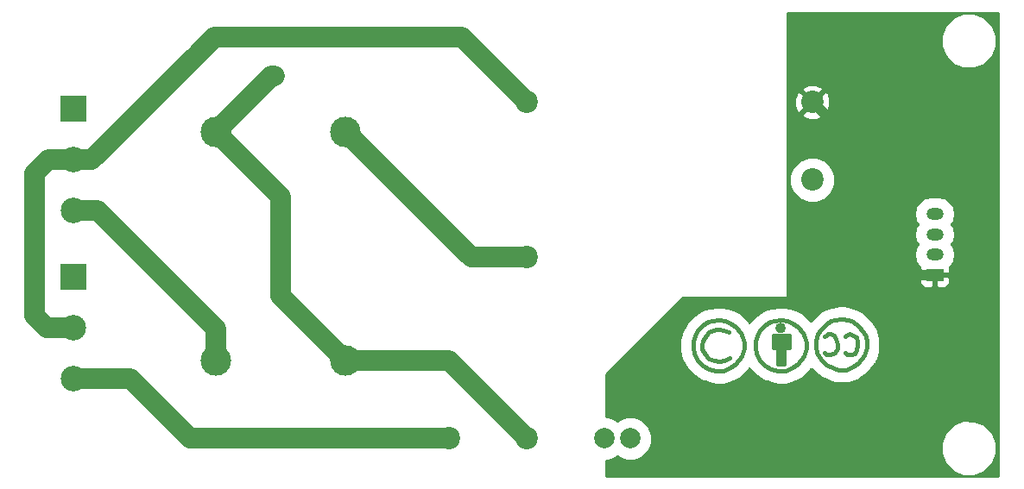
<source format=gbl>
G04 #@! TF.FileFunction,Copper,L2,Bot,Signal*
%FSLAX46Y46*%
G04 Gerber Fmt 4.6, Leading zero omitted, Abs format (unit mm)*
G04 Created by KiCad (PCBNEW (2015-12-10 BZR 6367)-product) date Fri 07 Oct 2016 01:04:08 BST*
%MOMM*%
G01*
G04 APERTURE LIST*
%ADD10C,0.100000*%
%ADD11C,0.381000*%
%ADD12C,3.000000*%
%ADD13C,2.000000*%
%ADD14C,2.200000*%
%ADD15C,2.500000*%
%ADD16R,2.500000X2.500000*%
%ADD17R,1.699260X1.198880*%
%ADD18O,1.699260X1.198880*%
%ADD19C,1.800000*%
%ADD20C,1.024000*%
%ADD21C,2.000000*%
%ADD22C,0.254000*%
G04 APERTURE END LIST*
D10*
D11*
X111335820Y-75874880D02*
X110835440Y-76177140D01*
X110835440Y-76177140D02*
X110335060Y-76276200D01*
X110335060Y-76276200D02*
X109837220Y-76177140D01*
X109837220Y-76177140D02*
X109336840Y-75976480D01*
X109336840Y-75976480D02*
X108935520Y-75575160D01*
X108935520Y-75575160D02*
X108635800Y-75074780D01*
X108635800Y-75074780D02*
X108635800Y-74676000D01*
X108635800Y-74676000D02*
X108734860Y-74175620D01*
X108734860Y-74175620D02*
X109037120Y-73675240D01*
X109037120Y-73675240D02*
X109336840Y-73375520D01*
X109336840Y-73375520D02*
X109936280Y-73075800D01*
X109936280Y-73075800D02*
X110335060Y-73075800D01*
X110335060Y-73075800D02*
X110736380Y-73174860D01*
X110736380Y-73174860D02*
X111236760Y-73375520D01*
X110236000Y-72176640D02*
X110335060Y-72176640D01*
X110335060Y-72176640D02*
X110937040Y-72275700D01*
X110937040Y-72275700D02*
X111434880Y-72476360D01*
X111434880Y-72476360D02*
X111935260Y-72875140D01*
X111935260Y-72875140D02*
X112435640Y-73477120D01*
X112435640Y-73477120D02*
X112636300Y-73875900D01*
X112636300Y-73875900D02*
X112735360Y-74376280D01*
X112735360Y-74376280D02*
X112735360Y-74975720D01*
X112735360Y-74975720D02*
X112537240Y-75775820D01*
X112537240Y-75775820D02*
X111935260Y-76476860D01*
X111935260Y-76476860D02*
X111434880Y-76875640D01*
X111434880Y-76875640D02*
X110736380Y-77175360D01*
X110736380Y-77175360D02*
X109936280Y-77175360D01*
X109936280Y-77175360D02*
X109336840Y-76977240D01*
X109336840Y-76977240D02*
X108734860Y-76674980D01*
X108734860Y-76674980D02*
X108237020Y-76177140D01*
X108237020Y-76177140D02*
X107835700Y-75476100D01*
X107835700Y-75476100D02*
X107736640Y-74876660D01*
X107736640Y-74876660D02*
X107736640Y-74277220D01*
X107736640Y-74277220D02*
X107934760Y-73675240D01*
X107934760Y-73675240D02*
X108237020Y-73174860D01*
X108237020Y-73174860D02*
X108734860Y-72677020D01*
X108734860Y-72677020D02*
X109235240Y-72374760D01*
X109235240Y-72374760D02*
X109636560Y-72275700D01*
X109636560Y-72275700D02*
X110236000Y-72176640D01*
X116332000Y-72776080D02*
X116332000Y-73174860D01*
X117033040Y-73974960D02*
X115732560Y-73974960D01*
X115831620Y-74277220D02*
X117033040Y-74277220D01*
X117132100Y-74576940D02*
X115831620Y-74576940D01*
X116332000Y-74975720D02*
X116332000Y-76276200D01*
X116232940Y-76476860D02*
X116032280Y-76476860D01*
X116032280Y-76476860D02*
X116032280Y-74876660D01*
X116631720Y-74975720D02*
X116631720Y-76476860D01*
X116631720Y-76476860D02*
X116131340Y-76476860D01*
X117132100Y-73675240D02*
X115630960Y-73675240D01*
X115630960Y-73675240D02*
X115630960Y-74876660D01*
X115630960Y-74876660D02*
X117132100Y-74876660D01*
X117132100Y-74876660D02*
X117132100Y-73675240D01*
X116647666Y-72976740D02*
G75*
G03X116647666Y-72976740I-315666J0D01*
G01*
X116332000Y-72176640D02*
X116431060Y-72176640D01*
X116431060Y-72176640D02*
X117033040Y-72275700D01*
X117033040Y-72275700D02*
X117530880Y-72476360D01*
X117530880Y-72476360D02*
X118031260Y-72875140D01*
X118031260Y-72875140D02*
X118531640Y-73477120D01*
X118531640Y-73477120D02*
X118732300Y-73875900D01*
X118732300Y-73875900D02*
X118831360Y-74376280D01*
X118831360Y-74376280D02*
X118831360Y-74975720D01*
X118831360Y-74975720D02*
X118633240Y-75775820D01*
X118633240Y-75775820D02*
X118031260Y-76476860D01*
X118031260Y-76476860D02*
X117530880Y-76875640D01*
X117530880Y-76875640D02*
X116832380Y-77175360D01*
X116832380Y-77175360D02*
X116032280Y-77175360D01*
X116032280Y-77175360D02*
X115432840Y-76977240D01*
X115432840Y-76977240D02*
X114830860Y-76674980D01*
X114830860Y-76674980D02*
X114333020Y-76177140D01*
X114333020Y-76177140D02*
X113931700Y-75476100D01*
X113931700Y-75476100D02*
X113832640Y-74876660D01*
X113832640Y-74876660D02*
X113832640Y-74277220D01*
X113832640Y-74277220D02*
X114030760Y-73675240D01*
X114030760Y-73675240D02*
X114333020Y-73174860D01*
X114333020Y-73174860D02*
X114830860Y-72677020D01*
X114830860Y-72677020D02*
X115331240Y-72374760D01*
X115331240Y-72374760D02*
X115732560Y-72275700D01*
X115732560Y-72275700D02*
X116332000Y-72176640D01*
X120677800Y-73775900D02*
X120776860Y-73676840D01*
X120776860Y-73676840D02*
X120977520Y-73575240D01*
X120977520Y-73575240D02*
X121277240Y-73575240D01*
X121277240Y-73575240D02*
X121576960Y-73676840D01*
X121576960Y-73676840D02*
X121777620Y-74075620D01*
X121777620Y-74075620D02*
X121879220Y-74576000D01*
X121879220Y-74576000D02*
X121879220Y-74974780D01*
X121879220Y-74974780D02*
X121678560Y-75376100D01*
X121678560Y-75376100D02*
X121277240Y-75576760D01*
X121277240Y-75576760D02*
X121079120Y-75576760D01*
X121079120Y-75576760D02*
X120776860Y-75576760D01*
X120776860Y-75576760D02*
X120677800Y-75376100D01*
X122676780Y-73775900D02*
X122778380Y-73676840D01*
X122778380Y-73676840D02*
X123078100Y-73575240D01*
X123078100Y-73575240D02*
X123476880Y-73676840D01*
X123476880Y-73676840D02*
X123779140Y-73874960D01*
X123779140Y-73874960D02*
X123878200Y-74276280D01*
X123878200Y-74276280D02*
X123878200Y-74675060D01*
X123878200Y-74675060D02*
X123779140Y-75175440D01*
X123779140Y-75175440D02*
X123578480Y-75475160D01*
X123578480Y-75475160D02*
X123278760Y-75576760D01*
X123278760Y-75576760D02*
X122877440Y-75576760D01*
X122877440Y-75576760D02*
X122676780Y-75376100D01*
X122278000Y-72076640D02*
X122377060Y-72076640D01*
X122377060Y-72076640D02*
X122979040Y-72175700D01*
X122979040Y-72175700D02*
X123476880Y-72376360D01*
X123476880Y-72376360D02*
X123977260Y-72775140D01*
X123977260Y-72775140D02*
X124477640Y-73377120D01*
X124477640Y-73377120D02*
X124678300Y-73775900D01*
X124678300Y-73775900D02*
X124777360Y-74276280D01*
X124777360Y-74276280D02*
X124777360Y-74875720D01*
X124777360Y-74875720D02*
X124579240Y-75675820D01*
X124579240Y-75675820D02*
X123977260Y-76376860D01*
X123977260Y-76376860D02*
X123476880Y-76775640D01*
X123476880Y-76775640D02*
X122778380Y-77075360D01*
X122778380Y-77075360D02*
X121978280Y-77075360D01*
X121978280Y-77075360D02*
X121378840Y-76877240D01*
X121378840Y-76877240D02*
X120776860Y-76574980D01*
X120776860Y-76574980D02*
X120279020Y-76077140D01*
X120279020Y-76077140D02*
X119877700Y-75376100D01*
X119877700Y-75376100D02*
X119778640Y-74776660D01*
X119778640Y-74776660D02*
X119778640Y-74177220D01*
X119778640Y-74177220D02*
X119976760Y-73575240D01*
X119976760Y-73575240D02*
X120279020Y-73074860D01*
X120279020Y-73074860D02*
X120776860Y-72577020D01*
X120776860Y-72577020D02*
X121277240Y-72274760D01*
X121277240Y-72274760D02*
X121678560Y-72175700D01*
X121678560Y-72175700D02*
X122278000Y-72076640D01*
D12*
X60960000Y-76200000D03*
X60960000Y-53700000D03*
X73660000Y-76200000D03*
X73660000Y-53700000D03*
D13*
X101600000Y-83820000D03*
X99060000Y-83820000D03*
D14*
X91440000Y-83820000D03*
X83820000Y-83820000D03*
D15*
X46990000Y-61435000D03*
D16*
X46990000Y-51435000D03*
D15*
X46990000Y-56435000D03*
X46990000Y-77945000D03*
D16*
X46990000Y-67945000D03*
D15*
X46990000Y-72945000D03*
D17*
X131445000Y-67772280D03*
D18*
X131445000Y-63769240D03*
X131445000Y-65770760D03*
X131445000Y-61770260D03*
D14*
X91440000Y-66040000D03*
X91440000Y-50800000D03*
X119440000Y-50800000D03*
X119440000Y-58420000D03*
D19*
X66675000Y-48260000D03*
X59175000Y-46060000D03*
D20*
X131445000Y-67772280D02*
X130002280Y-67772280D01*
X127635000Y-58995000D02*
X119440000Y-50800000D01*
X127635000Y-65405000D02*
X127635000Y-58995000D01*
X130002280Y-67772280D02*
X127635000Y-65405000D01*
D21*
X60960000Y-76200000D02*
X60960000Y-73025000D01*
X49370000Y-61435000D02*
X46990000Y-61435000D01*
X60960000Y-73025000D02*
X49370000Y-61435000D01*
X66675000Y-48260000D02*
X66400000Y-48260000D01*
X66400000Y-48260000D02*
X60960000Y-53700000D01*
X67310000Y-69850000D02*
X67310000Y-60050000D01*
X73660000Y-76200000D02*
X67310000Y-69850000D01*
X67310000Y-60050000D02*
X60960000Y-53700000D01*
X91440000Y-83820000D02*
X83820000Y-76200000D01*
X83820000Y-76200000D02*
X73660000Y-76200000D01*
X46990000Y-56435000D02*
X44530000Y-56435000D01*
X44370000Y-72945000D02*
X46990000Y-72945000D01*
X43180000Y-71755000D02*
X44370000Y-72945000D01*
X43180000Y-57785000D02*
X43180000Y-71755000D01*
X44530000Y-56435000D02*
X43180000Y-57785000D01*
X59175000Y-46060000D02*
X48800000Y-56435000D01*
X48800000Y-56435000D02*
X46990000Y-56435000D01*
X59175000Y-46060000D02*
X60785000Y-44450000D01*
X85090000Y-44450000D02*
X91440000Y-50800000D01*
X60785000Y-44450000D02*
X85090000Y-44450000D01*
X83820000Y-83820000D02*
X58420000Y-83820000D01*
X52545000Y-77945000D02*
X46990000Y-77945000D01*
X58420000Y-83820000D02*
X52545000Y-77945000D01*
X73660000Y-53700000D02*
X86000000Y-66040000D01*
X86000000Y-66040000D02*
X91440000Y-66040000D01*
D22*
G36*
X137668000Y-87503000D02*
X99187000Y-87503000D01*
X99187000Y-85947111D01*
X99481230Y-85947368D01*
X100263274Y-85624234D01*
X100329591Y-85558032D01*
X100393578Y-85622131D01*
X101175057Y-85946630D01*
X102021230Y-85947368D01*
X102803274Y-85624234D01*
X103118003Y-85310054D01*
X132042528Y-85310054D01*
X132456814Y-86312703D01*
X133223262Y-87080490D01*
X134225186Y-87496526D01*
X135310054Y-87497472D01*
X136312703Y-87083186D01*
X137080490Y-86316738D01*
X137496526Y-85314814D01*
X137497472Y-84229946D01*
X137083186Y-83227297D01*
X136316738Y-82459510D01*
X135314814Y-82043474D01*
X134229946Y-82042528D01*
X133227297Y-82456814D01*
X132459510Y-83223262D01*
X132043474Y-84225186D01*
X132042528Y-85310054D01*
X103118003Y-85310054D01*
X103402131Y-85026422D01*
X103726630Y-84244943D01*
X103727368Y-83398770D01*
X103404234Y-82616726D01*
X102806422Y-82017869D01*
X102024943Y-81693370D01*
X101178770Y-81692632D01*
X100396726Y-82015766D01*
X100330409Y-82081968D01*
X100266422Y-82017869D01*
X99484943Y-81693370D01*
X99187000Y-81693110D01*
X99187000Y-77522606D01*
X102432386Y-74277220D01*
X106419140Y-74277220D01*
X106419140Y-74876660D01*
X106440303Y-74983053D01*
X106436770Y-75091469D01*
X106535830Y-75690909D01*
X106618082Y-75909350D01*
X106692300Y-76130655D01*
X107093620Y-76831695D01*
X107208337Y-76963477D01*
X107305407Y-77108753D01*
X107803247Y-77606593D01*
X107977922Y-77723307D01*
X108143670Y-77852393D01*
X108745650Y-78154653D01*
X108839079Y-78180408D01*
X108923392Y-78228186D01*
X109522832Y-78426306D01*
X109730775Y-78451982D01*
X109936280Y-78492860D01*
X110736380Y-78492860D01*
X110744693Y-78491206D01*
X110753022Y-78492754D01*
X110996470Y-78441125D01*
X111240565Y-78392571D01*
X111247609Y-78387864D01*
X111255900Y-78386106D01*
X111954400Y-78086386D01*
X112099547Y-77986727D01*
X112256001Y-77905964D01*
X112756381Y-77507184D01*
X112836782Y-77412031D01*
X112934813Y-77335172D01*
X113278989Y-76934359D01*
X113304337Y-76963477D01*
X113401407Y-77108753D01*
X113899247Y-77606593D01*
X114073922Y-77723307D01*
X114239670Y-77852393D01*
X114841650Y-78154653D01*
X114935079Y-78180408D01*
X115019392Y-78228186D01*
X115618832Y-78426306D01*
X115826775Y-78451982D01*
X116032280Y-78492860D01*
X116832380Y-78492860D01*
X116840693Y-78491206D01*
X116849022Y-78492754D01*
X117092470Y-78441125D01*
X117336565Y-78392571D01*
X117343609Y-78387864D01*
X117351900Y-78386106D01*
X118050400Y-78086386D01*
X118195547Y-77986727D01*
X118352001Y-77905964D01*
X118852381Y-77507184D01*
X118932782Y-77412031D01*
X119030813Y-77335172D01*
X119331522Y-76984979D01*
X119347407Y-77008753D01*
X119845247Y-77506593D01*
X120019922Y-77623307D01*
X120185670Y-77752393D01*
X120787650Y-78054653D01*
X120881079Y-78080408D01*
X120965392Y-78128186D01*
X121564832Y-78326306D01*
X121772775Y-78351982D01*
X121978280Y-78392860D01*
X122778380Y-78392860D01*
X122786693Y-78391206D01*
X122795022Y-78392754D01*
X123038470Y-78341125D01*
X123282565Y-78292571D01*
X123289609Y-78287864D01*
X123297900Y-78286106D01*
X123996400Y-77986386D01*
X124141547Y-77886727D01*
X124298001Y-77805964D01*
X124798381Y-77407184D01*
X124878782Y-77312031D01*
X124976813Y-77235172D01*
X125578793Y-76534132D01*
X125603055Y-76491078D01*
X125639581Y-76457793D01*
X125728490Y-76268490D01*
X125831168Y-76086285D01*
X125837107Y-76037226D01*
X125858116Y-75992494D01*
X126056236Y-75192394D01*
X126063653Y-75032606D01*
X126094860Y-74875720D01*
X126094860Y-74276280D01*
X126069660Y-74149591D01*
X126069777Y-74020421D01*
X125970717Y-73520041D01*
X125902694Y-73355397D01*
X125855205Y-73183700D01*
X125654545Y-72784920D01*
X125562323Y-72666716D01*
X125490822Y-72534939D01*
X124990442Y-71932959D01*
X124885530Y-71847955D01*
X124798381Y-71744816D01*
X124298001Y-71346036D01*
X124128764Y-71258674D01*
X123969410Y-71154386D01*
X123471570Y-70953726D01*
X123328893Y-70926761D01*
X123192967Y-70875684D01*
X122590987Y-70776624D01*
X122483015Y-70780216D01*
X122377060Y-70759140D01*
X122278000Y-70759140D01*
X122171610Y-70780302D01*
X122063191Y-70776769D01*
X121463751Y-70875830D01*
X121414936Y-70894211D01*
X121362830Y-70896591D01*
X120961510Y-70995651D01*
X120782227Y-71079692D01*
X120596027Y-71147039D01*
X120095648Y-71449298D01*
X119977850Y-71556805D01*
X119845247Y-71645407D01*
X119347407Y-72143247D01*
X119258805Y-72275850D01*
X119252281Y-72282998D01*
X119044442Y-72032959D01*
X118939530Y-71947955D01*
X118852381Y-71844816D01*
X118352001Y-71446036D01*
X118182764Y-71358674D01*
X118023410Y-71254386D01*
X117525570Y-71053726D01*
X117382893Y-71026761D01*
X117246967Y-70975684D01*
X116644987Y-70876624D01*
X116537015Y-70880216D01*
X116431060Y-70859140D01*
X116332000Y-70859140D01*
X116225610Y-70880302D01*
X116117191Y-70876769D01*
X115517751Y-70975830D01*
X115468936Y-70994211D01*
X115416830Y-70996591D01*
X115015510Y-71095651D01*
X114836227Y-71179692D01*
X114650027Y-71247039D01*
X114149648Y-71549298D01*
X114031850Y-71656805D01*
X113899247Y-71745407D01*
X113401407Y-72243247D01*
X113312805Y-72375850D01*
X113271281Y-72421349D01*
X112948442Y-72032959D01*
X112843530Y-71947955D01*
X112756381Y-71844816D01*
X112256001Y-71446036D01*
X112086764Y-71358674D01*
X111927410Y-71254386D01*
X111429570Y-71053726D01*
X111286893Y-71026761D01*
X111150967Y-70975684D01*
X110548987Y-70876624D01*
X110441015Y-70880216D01*
X110335060Y-70859140D01*
X110236000Y-70859140D01*
X110129610Y-70880302D01*
X110021191Y-70876769D01*
X109421751Y-70975830D01*
X109372936Y-70994211D01*
X109320830Y-70996591D01*
X108919510Y-71095651D01*
X108740227Y-71179692D01*
X108554027Y-71247039D01*
X108053648Y-71549298D01*
X107935850Y-71656805D01*
X107803247Y-71745407D01*
X107305407Y-72243247D01*
X107216805Y-72375850D01*
X107109298Y-72493648D01*
X106807038Y-72994028D01*
X106756454Y-73133885D01*
X106683295Y-73263365D01*
X106485175Y-73865345D01*
X106459859Y-74072513D01*
X106419140Y-74277220D01*
X102432386Y-74277220D01*
X106732606Y-69977000D01*
X116840000Y-69977000D01*
X116889410Y-69966994D01*
X116931035Y-69938553D01*
X116958315Y-69896159D01*
X116967000Y-69850000D01*
X116967000Y-68058030D01*
X129960370Y-68058030D01*
X129960370Y-68498029D01*
X130057043Y-68731418D01*
X130235671Y-68910047D01*
X130469060Y-69006720D01*
X131159250Y-69006720D01*
X131318000Y-68847970D01*
X131318000Y-67899280D01*
X131572000Y-67899280D01*
X131572000Y-68847970D01*
X131730750Y-69006720D01*
X132420940Y-69006720D01*
X132654329Y-68910047D01*
X132832957Y-68731418D01*
X132929630Y-68498029D01*
X132929630Y-68058030D01*
X132770880Y-67899280D01*
X131572000Y-67899280D01*
X131318000Y-67899280D01*
X130119120Y-67899280D01*
X129960370Y-68058030D01*
X116967000Y-68058030D01*
X116967000Y-61770260D01*
X129429646Y-61770260D01*
X129561063Y-62430940D01*
X129787449Y-62769750D01*
X129561063Y-63108560D01*
X129429646Y-63769240D01*
X129561063Y-64429920D01*
X129788298Y-64770000D01*
X129561063Y-65110080D01*
X129429646Y-65770760D01*
X129561063Y-66431440D01*
X129935309Y-66991537D01*
X129972779Y-67016574D01*
X129960370Y-67046531D01*
X129960370Y-67486530D01*
X130119120Y-67645280D01*
X131318000Y-67645280D01*
X131318000Y-67625280D01*
X131572000Y-67625280D01*
X131572000Y-67645280D01*
X132770880Y-67645280D01*
X132929630Y-67486530D01*
X132929630Y-67046531D01*
X132917221Y-67016574D01*
X132954691Y-66991537D01*
X133328937Y-66431440D01*
X133460354Y-65770760D01*
X133328937Y-65110080D01*
X133101702Y-64770000D01*
X133328937Y-64429920D01*
X133460354Y-63769240D01*
X133328937Y-63108560D01*
X133102551Y-62769750D01*
X133328937Y-62430940D01*
X133460354Y-61770260D01*
X133328937Y-61109580D01*
X132954691Y-60549483D01*
X132394594Y-60175237D01*
X131733914Y-60043820D01*
X131156086Y-60043820D01*
X130495406Y-60175237D01*
X129935309Y-60549483D01*
X129561063Y-61109580D01*
X129429646Y-61770260D01*
X116967000Y-61770260D01*
X116967000Y-58861034D01*
X117212614Y-58861034D01*
X117550940Y-59679846D01*
X118176858Y-60306858D01*
X118995079Y-60646613D01*
X119881034Y-60647386D01*
X120699846Y-60309060D01*
X121326858Y-59683142D01*
X121666613Y-58864921D01*
X121667386Y-57978966D01*
X121329060Y-57160154D01*
X120703142Y-56533142D01*
X119884921Y-56193387D01*
X118998966Y-56192614D01*
X118180154Y-56530940D01*
X117553142Y-57156858D01*
X117213387Y-57975079D01*
X117212614Y-58861034D01*
X116967000Y-58861034D01*
X116967000Y-52024868D01*
X118394737Y-52024868D01*
X118505641Y-52302099D01*
X119151593Y-52545323D01*
X119841453Y-52522836D01*
X120374359Y-52302099D01*
X120485263Y-52024868D01*
X119440000Y-50979605D01*
X118394737Y-52024868D01*
X116967000Y-52024868D01*
X116967000Y-50511593D01*
X117694677Y-50511593D01*
X117717164Y-51201453D01*
X117937901Y-51734359D01*
X118215132Y-51845263D01*
X119260395Y-50800000D01*
X119619605Y-50800000D01*
X120664868Y-51845263D01*
X120942099Y-51734359D01*
X121185323Y-51088407D01*
X121162836Y-50398547D01*
X120942099Y-49865641D01*
X120664868Y-49754737D01*
X119619605Y-50800000D01*
X119260395Y-50800000D01*
X118215132Y-49754737D01*
X117937901Y-49865641D01*
X117694677Y-50511593D01*
X116967000Y-50511593D01*
X116967000Y-49575132D01*
X118394737Y-49575132D01*
X119440000Y-50620395D01*
X120485263Y-49575132D01*
X120374359Y-49297901D01*
X119728407Y-49054677D01*
X119038547Y-49077164D01*
X118505641Y-49297901D01*
X118394737Y-49575132D01*
X116967000Y-49575132D01*
X116967000Y-45310054D01*
X132042528Y-45310054D01*
X132456814Y-46312703D01*
X133223262Y-47080490D01*
X134225186Y-47496526D01*
X135310054Y-47497472D01*
X136312703Y-47083186D01*
X137080490Y-46316738D01*
X137496526Y-45314814D01*
X137497472Y-44229946D01*
X137083186Y-43227297D01*
X136316738Y-42459510D01*
X135314814Y-42043474D01*
X134229946Y-42042528D01*
X133227297Y-42456814D01*
X132459510Y-43223262D01*
X132043474Y-44225186D01*
X132042528Y-45310054D01*
X116967000Y-45310054D01*
X116967000Y-42037000D01*
X137668000Y-42037000D01*
X137668000Y-87503000D01*
X137668000Y-87503000D01*
G37*
X137668000Y-87503000D02*
X99187000Y-87503000D01*
X99187000Y-85947111D01*
X99481230Y-85947368D01*
X100263274Y-85624234D01*
X100329591Y-85558032D01*
X100393578Y-85622131D01*
X101175057Y-85946630D01*
X102021230Y-85947368D01*
X102803274Y-85624234D01*
X103118003Y-85310054D01*
X132042528Y-85310054D01*
X132456814Y-86312703D01*
X133223262Y-87080490D01*
X134225186Y-87496526D01*
X135310054Y-87497472D01*
X136312703Y-87083186D01*
X137080490Y-86316738D01*
X137496526Y-85314814D01*
X137497472Y-84229946D01*
X137083186Y-83227297D01*
X136316738Y-82459510D01*
X135314814Y-82043474D01*
X134229946Y-82042528D01*
X133227297Y-82456814D01*
X132459510Y-83223262D01*
X132043474Y-84225186D01*
X132042528Y-85310054D01*
X103118003Y-85310054D01*
X103402131Y-85026422D01*
X103726630Y-84244943D01*
X103727368Y-83398770D01*
X103404234Y-82616726D01*
X102806422Y-82017869D01*
X102024943Y-81693370D01*
X101178770Y-81692632D01*
X100396726Y-82015766D01*
X100330409Y-82081968D01*
X100266422Y-82017869D01*
X99484943Y-81693370D01*
X99187000Y-81693110D01*
X99187000Y-77522606D01*
X102432386Y-74277220D01*
X106419140Y-74277220D01*
X106419140Y-74876660D01*
X106440303Y-74983053D01*
X106436770Y-75091469D01*
X106535830Y-75690909D01*
X106618082Y-75909350D01*
X106692300Y-76130655D01*
X107093620Y-76831695D01*
X107208337Y-76963477D01*
X107305407Y-77108753D01*
X107803247Y-77606593D01*
X107977922Y-77723307D01*
X108143670Y-77852393D01*
X108745650Y-78154653D01*
X108839079Y-78180408D01*
X108923392Y-78228186D01*
X109522832Y-78426306D01*
X109730775Y-78451982D01*
X109936280Y-78492860D01*
X110736380Y-78492860D01*
X110744693Y-78491206D01*
X110753022Y-78492754D01*
X110996470Y-78441125D01*
X111240565Y-78392571D01*
X111247609Y-78387864D01*
X111255900Y-78386106D01*
X111954400Y-78086386D01*
X112099547Y-77986727D01*
X112256001Y-77905964D01*
X112756381Y-77507184D01*
X112836782Y-77412031D01*
X112934813Y-77335172D01*
X113278989Y-76934359D01*
X113304337Y-76963477D01*
X113401407Y-77108753D01*
X113899247Y-77606593D01*
X114073922Y-77723307D01*
X114239670Y-77852393D01*
X114841650Y-78154653D01*
X114935079Y-78180408D01*
X115019392Y-78228186D01*
X115618832Y-78426306D01*
X115826775Y-78451982D01*
X116032280Y-78492860D01*
X116832380Y-78492860D01*
X116840693Y-78491206D01*
X116849022Y-78492754D01*
X117092470Y-78441125D01*
X117336565Y-78392571D01*
X117343609Y-78387864D01*
X117351900Y-78386106D01*
X118050400Y-78086386D01*
X118195547Y-77986727D01*
X118352001Y-77905964D01*
X118852381Y-77507184D01*
X118932782Y-77412031D01*
X119030813Y-77335172D01*
X119331522Y-76984979D01*
X119347407Y-77008753D01*
X119845247Y-77506593D01*
X120019922Y-77623307D01*
X120185670Y-77752393D01*
X120787650Y-78054653D01*
X120881079Y-78080408D01*
X120965392Y-78128186D01*
X121564832Y-78326306D01*
X121772775Y-78351982D01*
X121978280Y-78392860D01*
X122778380Y-78392860D01*
X122786693Y-78391206D01*
X122795022Y-78392754D01*
X123038470Y-78341125D01*
X123282565Y-78292571D01*
X123289609Y-78287864D01*
X123297900Y-78286106D01*
X123996400Y-77986386D01*
X124141547Y-77886727D01*
X124298001Y-77805964D01*
X124798381Y-77407184D01*
X124878782Y-77312031D01*
X124976813Y-77235172D01*
X125578793Y-76534132D01*
X125603055Y-76491078D01*
X125639581Y-76457793D01*
X125728490Y-76268490D01*
X125831168Y-76086285D01*
X125837107Y-76037226D01*
X125858116Y-75992494D01*
X126056236Y-75192394D01*
X126063653Y-75032606D01*
X126094860Y-74875720D01*
X126094860Y-74276280D01*
X126069660Y-74149591D01*
X126069777Y-74020421D01*
X125970717Y-73520041D01*
X125902694Y-73355397D01*
X125855205Y-73183700D01*
X125654545Y-72784920D01*
X125562323Y-72666716D01*
X125490822Y-72534939D01*
X124990442Y-71932959D01*
X124885530Y-71847955D01*
X124798381Y-71744816D01*
X124298001Y-71346036D01*
X124128764Y-71258674D01*
X123969410Y-71154386D01*
X123471570Y-70953726D01*
X123328893Y-70926761D01*
X123192967Y-70875684D01*
X122590987Y-70776624D01*
X122483015Y-70780216D01*
X122377060Y-70759140D01*
X122278000Y-70759140D01*
X122171610Y-70780302D01*
X122063191Y-70776769D01*
X121463751Y-70875830D01*
X121414936Y-70894211D01*
X121362830Y-70896591D01*
X120961510Y-70995651D01*
X120782227Y-71079692D01*
X120596027Y-71147039D01*
X120095648Y-71449298D01*
X119977850Y-71556805D01*
X119845247Y-71645407D01*
X119347407Y-72143247D01*
X119258805Y-72275850D01*
X119252281Y-72282998D01*
X119044442Y-72032959D01*
X118939530Y-71947955D01*
X118852381Y-71844816D01*
X118352001Y-71446036D01*
X118182764Y-71358674D01*
X118023410Y-71254386D01*
X117525570Y-71053726D01*
X117382893Y-71026761D01*
X117246967Y-70975684D01*
X116644987Y-70876624D01*
X116537015Y-70880216D01*
X116431060Y-70859140D01*
X116332000Y-70859140D01*
X116225610Y-70880302D01*
X116117191Y-70876769D01*
X115517751Y-70975830D01*
X115468936Y-70994211D01*
X115416830Y-70996591D01*
X115015510Y-71095651D01*
X114836227Y-71179692D01*
X114650027Y-71247039D01*
X114149648Y-71549298D01*
X114031850Y-71656805D01*
X113899247Y-71745407D01*
X113401407Y-72243247D01*
X113312805Y-72375850D01*
X113271281Y-72421349D01*
X112948442Y-72032959D01*
X112843530Y-71947955D01*
X112756381Y-71844816D01*
X112256001Y-71446036D01*
X112086764Y-71358674D01*
X111927410Y-71254386D01*
X111429570Y-71053726D01*
X111286893Y-71026761D01*
X111150967Y-70975684D01*
X110548987Y-70876624D01*
X110441015Y-70880216D01*
X110335060Y-70859140D01*
X110236000Y-70859140D01*
X110129610Y-70880302D01*
X110021191Y-70876769D01*
X109421751Y-70975830D01*
X109372936Y-70994211D01*
X109320830Y-70996591D01*
X108919510Y-71095651D01*
X108740227Y-71179692D01*
X108554027Y-71247039D01*
X108053648Y-71549298D01*
X107935850Y-71656805D01*
X107803247Y-71745407D01*
X107305407Y-72243247D01*
X107216805Y-72375850D01*
X107109298Y-72493648D01*
X106807038Y-72994028D01*
X106756454Y-73133885D01*
X106683295Y-73263365D01*
X106485175Y-73865345D01*
X106459859Y-74072513D01*
X106419140Y-74277220D01*
X102432386Y-74277220D01*
X106732606Y-69977000D01*
X116840000Y-69977000D01*
X116889410Y-69966994D01*
X116931035Y-69938553D01*
X116958315Y-69896159D01*
X116967000Y-69850000D01*
X116967000Y-68058030D01*
X129960370Y-68058030D01*
X129960370Y-68498029D01*
X130057043Y-68731418D01*
X130235671Y-68910047D01*
X130469060Y-69006720D01*
X131159250Y-69006720D01*
X131318000Y-68847970D01*
X131318000Y-67899280D01*
X131572000Y-67899280D01*
X131572000Y-68847970D01*
X131730750Y-69006720D01*
X132420940Y-69006720D01*
X132654329Y-68910047D01*
X132832957Y-68731418D01*
X132929630Y-68498029D01*
X132929630Y-68058030D01*
X132770880Y-67899280D01*
X131572000Y-67899280D01*
X131318000Y-67899280D01*
X130119120Y-67899280D01*
X129960370Y-68058030D01*
X116967000Y-68058030D01*
X116967000Y-61770260D01*
X129429646Y-61770260D01*
X129561063Y-62430940D01*
X129787449Y-62769750D01*
X129561063Y-63108560D01*
X129429646Y-63769240D01*
X129561063Y-64429920D01*
X129788298Y-64770000D01*
X129561063Y-65110080D01*
X129429646Y-65770760D01*
X129561063Y-66431440D01*
X129935309Y-66991537D01*
X129972779Y-67016574D01*
X129960370Y-67046531D01*
X129960370Y-67486530D01*
X130119120Y-67645280D01*
X131318000Y-67645280D01*
X131318000Y-67625280D01*
X131572000Y-67625280D01*
X131572000Y-67645280D01*
X132770880Y-67645280D01*
X132929630Y-67486530D01*
X132929630Y-67046531D01*
X132917221Y-67016574D01*
X132954691Y-66991537D01*
X133328937Y-66431440D01*
X133460354Y-65770760D01*
X133328937Y-65110080D01*
X133101702Y-64770000D01*
X133328937Y-64429920D01*
X133460354Y-63769240D01*
X133328937Y-63108560D01*
X133102551Y-62769750D01*
X133328937Y-62430940D01*
X133460354Y-61770260D01*
X133328937Y-61109580D01*
X132954691Y-60549483D01*
X132394594Y-60175237D01*
X131733914Y-60043820D01*
X131156086Y-60043820D01*
X130495406Y-60175237D01*
X129935309Y-60549483D01*
X129561063Y-61109580D01*
X129429646Y-61770260D01*
X116967000Y-61770260D01*
X116967000Y-58861034D01*
X117212614Y-58861034D01*
X117550940Y-59679846D01*
X118176858Y-60306858D01*
X118995079Y-60646613D01*
X119881034Y-60647386D01*
X120699846Y-60309060D01*
X121326858Y-59683142D01*
X121666613Y-58864921D01*
X121667386Y-57978966D01*
X121329060Y-57160154D01*
X120703142Y-56533142D01*
X119884921Y-56193387D01*
X118998966Y-56192614D01*
X118180154Y-56530940D01*
X117553142Y-57156858D01*
X117213387Y-57975079D01*
X117212614Y-58861034D01*
X116967000Y-58861034D01*
X116967000Y-52024868D01*
X118394737Y-52024868D01*
X118505641Y-52302099D01*
X119151593Y-52545323D01*
X119841453Y-52522836D01*
X120374359Y-52302099D01*
X120485263Y-52024868D01*
X119440000Y-50979605D01*
X118394737Y-52024868D01*
X116967000Y-52024868D01*
X116967000Y-50511593D01*
X117694677Y-50511593D01*
X117717164Y-51201453D01*
X117937901Y-51734359D01*
X118215132Y-51845263D01*
X119260395Y-50800000D01*
X119619605Y-50800000D01*
X120664868Y-51845263D01*
X120942099Y-51734359D01*
X121185323Y-51088407D01*
X121162836Y-50398547D01*
X120942099Y-49865641D01*
X120664868Y-49754737D01*
X119619605Y-50800000D01*
X119260395Y-50800000D01*
X118215132Y-49754737D01*
X117937901Y-49865641D01*
X117694677Y-50511593D01*
X116967000Y-50511593D01*
X116967000Y-49575132D01*
X118394737Y-49575132D01*
X119440000Y-50620395D01*
X120485263Y-49575132D01*
X120374359Y-49297901D01*
X119728407Y-49054677D01*
X119038547Y-49077164D01*
X118505641Y-49297901D01*
X118394737Y-49575132D01*
X116967000Y-49575132D01*
X116967000Y-45310054D01*
X132042528Y-45310054D01*
X132456814Y-46312703D01*
X133223262Y-47080490D01*
X134225186Y-47496526D01*
X135310054Y-47497472D01*
X136312703Y-47083186D01*
X137080490Y-46316738D01*
X137496526Y-45314814D01*
X137497472Y-44229946D01*
X137083186Y-43227297D01*
X136316738Y-42459510D01*
X135314814Y-42043474D01*
X134229946Y-42042528D01*
X133227297Y-42456814D01*
X132459510Y-43223262D01*
X132043474Y-44225186D01*
X132042528Y-45310054D01*
X116967000Y-45310054D01*
X116967000Y-42037000D01*
X137668000Y-42037000D01*
X137668000Y-87503000D01*
M02*

</source>
